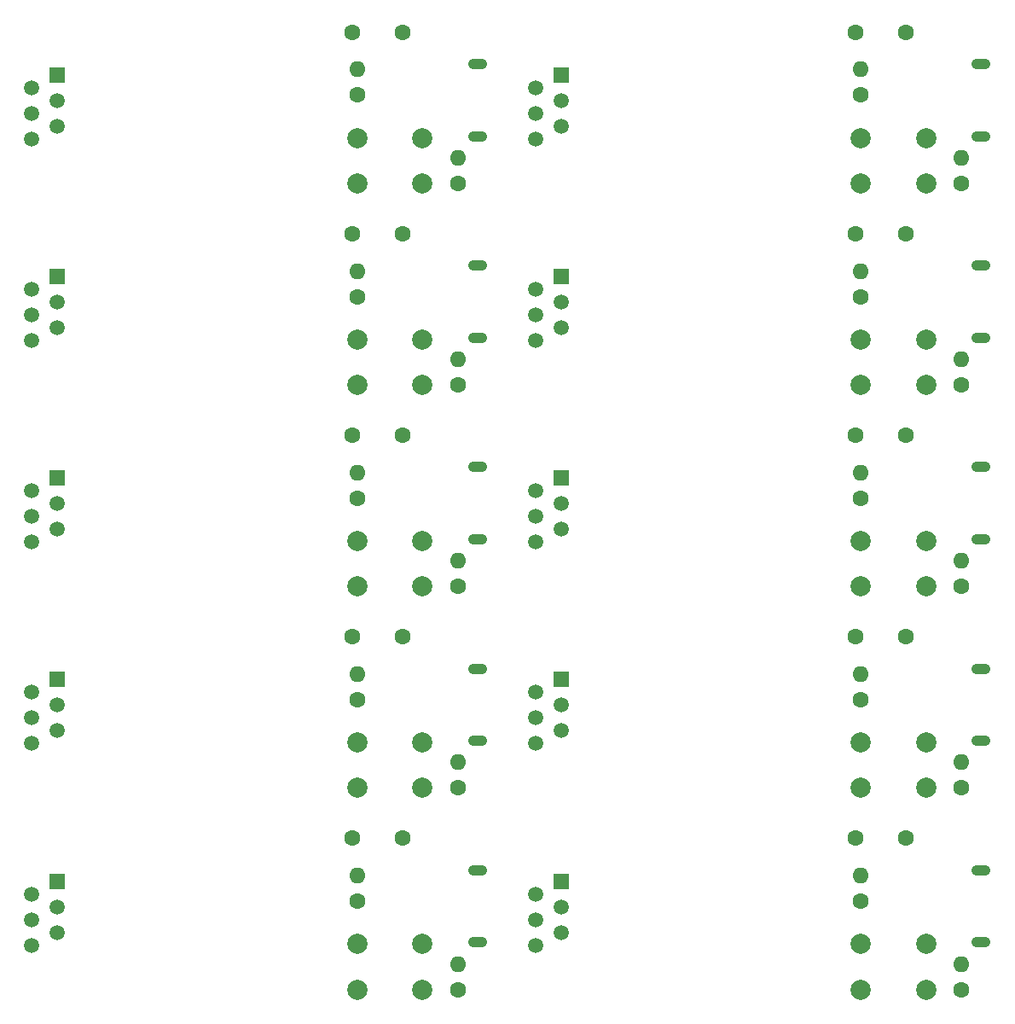
<source format=gbr>
%TF.GenerationSoftware,KiCad,Pcbnew,(5.1.9)-1*%
%TF.CreationDate,2021-04-07T06:54:24+02:00*%
%TF.ProjectId,IM350_AM550_5V_multi,494d3335-305f-4414-9d35-35305f35565f,rev?*%
%TF.SameCoordinates,Original*%
%TF.FileFunction,Soldermask,Bot*%
%TF.FilePolarity,Negative*%
%FSLAX46Y46*%
G04 Gerber Fmt 4.6, Leading zero omitted, Abs format (unit mm)*
G04 Created by KiCad (PCBNEW (5.1.9)-1) date 2021-04-07 06:54:24*
%MOMM*%
%LPD*%
G01*
G04 APERTURE LIST*
%ADD10R,1.520000X1.520000*%
%ADD11C,1.520000*%
%ADD12O,1.900000X1.050000*%
%ADD13C,1.600000*%
%ADD14O,1.600000X1.600000*%
%ADD15C,2.000000*%
G04 APERTURE END LIST*
D10*
%TO.C,J7*%
X97550000Y-120750000D03*
D11*
X95010000Y-122020000D03*
X97550000Y-123290000D03*
X95010000Y-124560000D03*
X97550000Y-125830000D03*
X95010000Y-127100000D03*
%TD*%
D12*
%TO.C,J5*%
X139250000Y-99675000D03*
X139250000Y-106825000D03*
%TD*%
D13*
%TO.C,C2*%
X131800000Y-96500000D03*
X126800000Y-96500000D03*
%TD*%
D14*
%TO.C,R1*%
X127300000Y-100210000D03*
D13*
X127300000Y-102750000D03*
%TD*%
D15*
%TO.C,SW1*%
X127300000Y-131500000D03*
X127300000Y-127000000D03*
X133800000Y-131500000D03*
X133800000Y-127000000D03*
%TD*%
D13*
%TO.C,R1*%
X127300000Y-122750000D03*
D14*
X127300000Y-120210000D03*
%TD*%
D13*
%TO.C,C2*%
X126800000Y-116500000D03*
X131800000Y-116500000D03*
%TD*%
D15*
%TO.C,SW1*%
X133800000Y-107000000D03*
X133800000Y-111500000D03*
X127300000Y-107000000D03*
X127300000Y-111500000D03*
%TD*%
D14*
%TO.C,R5*%
X137300000Y-128960000D03*
D13*
X137300000Y-131500000D03*
%TD*%
D11*
%TO.C,J7*%
X95010000Y-107100000D03*
X97550000Y-105830000D03*
X95010000Y-104560000D03*
X97550000Y-103290000D03*
X95010000Y-102020000D03*
D10*
X97550000Y-100750000D03*
%TD*%
D12*
%TO.C,J5*%
X139250000Y-126825000D03*
X139250000Y-119675000D03*
%TD*%
D13*
%TO.C,R5*%
X137300000Y-111500000D03*
D14*
X137300000Y-108960000D03*
%TD*%
D12*
%TO.C,J5*%
X139250000Y-86825000D03*
X139250000Y-79675000D03*
%TD*%
D13*
%TO.C,C2*%
X126800000Y-76500000D03*
X131800000Y-76500000D03*
%TD*%
D10*
%TO.C,J7*%
X97550000Y-80750000D03*
D11*
X95010000Y-82020000D03*
X97550000Y-83290000D03*
X95010000Y-84560000D03*
X97550000Y-85830000D03*
X95010000Y-87100000D03*
%TD*%
D13*
%TO.C,R1*%
X127300000Y-82750000D03*
D14*
X127300000Y-80210000D03*
%TD*%
%TO.C,R5*%
X137300000Y-88960000D03*
D13*
X137300000Y-91500000D03*
%TD*%
D15*
%TO.C,SW1*%
X127300000Y-91500000D03*
X127300000Y-87000000D03*
X133800000Y-91500000D03*
X133800000Y-87000000D03*
%TD*%
D11*
%TO.C,J7*%
X95010000Y-67100000D03*
X97550000Y-65830000D03*
X95010000Y-64560000D03*
X97550000Y-63290000D03*
X95010000Y-62020000D03*
D10*
X97550000Y-60750000D03*
%TD*%
D13*
%TO.C,C2*%
X131800000Y-56500000D03*
X126800000Y-56500000D03*
%TD*%
D12*
%TO.C,J5*%
X139250000Y-59675000D03*
X139250000Y-66825000D03*
%TD*%
D10*
%TO.C,J7*%
X97550000Y-40750000D03*
D11*
X95010000Y-42020000D03*
X97550000Y-43290000D03*
X95010000Y-44560000D03*
X97550000Y-45830000D03*
X95010000Y-47100000D03*
%TD*%
D15*
%TO.C,SW1*%
X133800000Y-67000000D03*
X133800000Y-71500000D03*
X127300000Y-67000000D03*
X127300000Y-71500000D03*
%TD*%
D14*
%TO.C,R1*%
X127300000Y-60210000D03*
D13*
X127300000Y-62750000D03*
%TD*%
%TO.C,R5*%
X137300000Y-71500000D03*
D14*
X137300000Y-68960000D03*
%TD*%
D13*
%TO.C,R1*%
X127300000Y-42750000D03*
D14*
X127300000Y-40210000D03*
%TD*%
D13*
%TO.C,C2*%
X126800000Y-36500000D03*
X131800000Y-36500000D03*
%TD*%
D15*
%TO.C,SW1*%
X127300000Y-51500000D03*
X127300000Y-47000000D03*
X133800000Y-51500000D03*
X133800000Y-47000000D03*
%TD*%
D14*
%TO.C,R5*%
X137300000Y-48960000D03*
D13*
X137300000Y-51500000D03*
%TD*%
D12*
%TO.C,J5*%
X139250000Y-46825000D03*
X139250000Y-39675000D03*
%TD*%
%TO.C,J5*%
X89250000Y-119675000D03*
X89250000Y-126825000D03*
%TD*%
D13*
%TO.C,C2*%
X81800000Y-116500000D03*
X76800000Y-116500000D03*
%TD*%
D14*
%TO.C,R1*%
X77300000Y-120210000D03*
D13*
X77300000Y-122750000D03*
%TD*%
D15*
%TO.C,SW1*%
X83800000Y-127000000D03*
X83800000Y-131500000D03*
X77300000Y-127000000D03*
X77300000Y-131500000D03*
%TD*%
D11*
%TO.C,J7*%
X45010000Y-127100000D03*
X47550000Y-125830000D03*
X45010000Y-124560000D03*
X47550000Y-123290000D03*
X45010000Y-122020000D03*
D10*
X47550000Y-120750000D03*
%TD*%
D13*
%TO.C,R5*%
X87300000Y-131500000D03*
D14*
X87300000Y-128960000D03*
%TD*%
D12*
%TO.C,J5*%
X89250000Y-106825000D03*
X89250000Y-99675000D03*
%TD*%
D13*
%TO.C,C2*%
X76800000Y-96500000D03*
X81800000Y-96500000D03*
%TD*%
D10*
%TO.C,J7*%
X47550000Y-100750000D03*
D11*
X45010000Y-102020000D03*
X47550000Y-103290000D03*
X45010000Y-104560000D03*
X47550000Y-105830000D03*
X45010000Y-107100000D03*
%TD*%
D13*
%TO.C,R1*%
X77300000Y-102750000D03*
D14*
X77300000Y-100210000D03*
%TD*%
%TO.C,R5*%
X87300000Y-108960000D03*
D13*
X87300000Y-111500000D03*
%TD*%
D15*
%TO.C,SW1*%
X77300000Y-111500000D03*
X77300000Y-107000000D03*
X83800000Y-111500000D03*
X83800000Y-107000000D03*
%TD*%
D11*
%TO.C,J7*%
X45010000Y-87100000D03*
X47550000Y-85830000D03*
X45010000Y-84560000D03*
X47550000Y-83290000D03*
X45010000Y-82020000D03*
D10*
X47550000Y-80750000D03*
%TD*%
D13*
%TO.C,C2*%
X81800000Y-76500000D03*
X76800000Y-76500000D03*
%TD*%
D12*
%TO.C,J5*%
X89250000Y-79675000D03*
X89250000Y-86825000D03*
%TD*%
D15*
%TO.C,SW1*%
X83800000Y-87000000D03*
X83800000Y-91500000D03*
X77300000Y-87000000D03*
X77300000Y-91500000D03*
%TD*%
D14*
%TO.C,R1*%
X77300000Y-80210000D03*
D13*
X77300000Y-82750000D03*
%TD*%
%TO.C,R5*%
X87300000Y-91500000D03*
D14*
X87300000Y-88960000D03*
%TD*%
D10*
%TO.C,J7*%
X47550000Y-60750000D03*
D11*
X45010000Y-62020000D03*
X47550000Y-63290000D03*
X45010000Y-64560000D03*
X47550000Y-65830000D03*
X45010000Y-67100000D03*
%TD*%
D13*
%TO.C,R1*%
X77300000Y-62750000D03*
D14*
X77300000Y-60210000D03*
%TD*%
D13*
%TO.C,C2*%
X76800000Y-56500000D03*
X81800000Y-56500000D03*
%TD*%
D15*
%TO.C,SW1*%
X77300000Y-71500000D03*
X77300000Y-67000000D03*
X83800000Y-71500000D03*
X83800000Y-67000000D03*
%TD*%
D14*
%TO.C,R5*%
X87300000Y-68960000D03*
D13*
X87300000Y-71500000D03*
%TD*%
D12*
%TO.C,J5*%
X89250000Y-66825000D03*
X89250000Y-59675000D03*
%TD*%
D13*
%TO.C,C2*%
X81800000Y-36500000D03*
X76800000Y-36500000D03*
%TD*%
D12*
%TO.C,J5*%
X89250000Y-39675000D03*
X89250000Y-46825000D03*
%TD*%
D14*
%TO.C,R1*%
X77300000Y-40210000D03*
D13*
X77300000Y-42750000D03*
%TD*%
%TO.C,R5*%
X87300000Y-51500000D03*
D14*
X87300000Y-48960000D03*
%TD*%
D15*
%TO.C,SW1*%
X83800000Y-47000000D03*
X83800000Y-51500000D03*
X77300000Y-47000000D03*
X77300000Y-51500000D03*
%TD*%
D11*
%TO.C,J7*%
X45010000Y-47100000D03*
X47550000Y-45830000D03*
X45010000Y-44560000D03*
X47550000Y-43290000D03*
X45010000Y-42020000D03*
D10*
X47550000Y-40750000D03*
%TD*%
M02*

</source>
